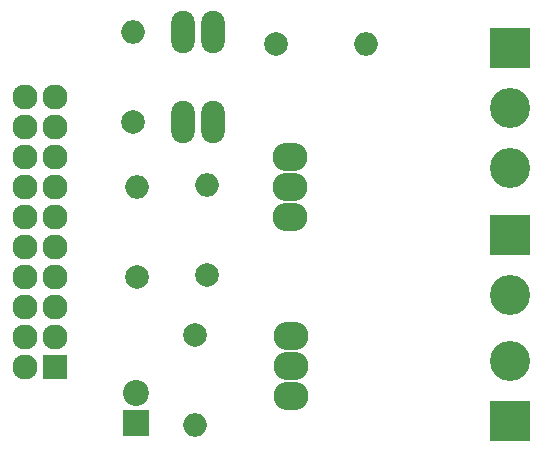
<source format=gbr>
G04 #@! TF.GenerationSoftware,KiCad,Pcbnew,(2017-11-24 revision a01d81e4b)-makepkg*
G04 #@! TF.CreationDate,2018-01-08T10:26:50+07:00*
G04 #@! TF.ProjectId,Motor DC power,4D6F746F7220444320706F7765722E6B,rev?*
G04 #@! TF.SameCoordinates,Original*
G04 #@! TF.FileFunction,Soldermask,Top*
G04 #@! TF.FilePolarity,Negative*
%FSLAX46Y46*%
G04 Gerber Fmt 4.6, Leading zero omitted, Abs format (unit mm)*
G04 Created by KiCad (PCBNEW (2017-11-24 revision a01d81e4b)-makepkg) date 01/08/18 10:26:50*
%MOMM*%
%LPD*%
G01*
G04 APERTURE LIST*
%ADD10R,2.200000X2.200000*%
%ADD11C,2.200000*%
%ADD12C,2.000000*%
%ADD13O,2.000000X2.000000*%
%ADD14O,2.940000X2.432000*%
%ADD15R,2.127200X2.127200*%
%ADD16O,2.127200X2.127200*%
%ADD17R,3.400000X3.400000*%
%ADD18C,3.400000*%
%ADD19O,2.000000X3.600000*%
G04 APERTURE END LIST*
D10*
X112050000Y-121925000D03*
D11*
X112050000Y-119385000D03*
D12*
X117000000Y-114500000D03*
D13*
X117000000Y-122120000D03*
D14*
X125100000Y-101960000D03*
X125100000Y-104500000D03*
X125100000Y-99420000D03*
D15*
X105225000Y-117200000D03*
D16*
X102685000Y-117200000D03*
X105225000Y-114660000D03*
X102685000Y-114660000D03*
X105225000Y-112120000D03*
X102685000Y-112120000D03*
X105225000Y-109580000D03*
X102685000Y-109580000D03*
X105225000Y-107040000D03*
X102685000Y-107040000D03*
X105225000Y-104500000D03*
X102685000Y-104500000D03*
X105225000Y-101960000D03*
X102685000Y-101960000D03*
X105225000Y-99420000D03*
X102685000Y-99420000D03*
X105225000Y-96880000D03*
X102685000Y-96880000D03*
X105225000Y-94340000D03*
X102685000Y-94340000D03*
D17*
X143700000Y-90190000D03*
D18*
X143700000Y-95270000D03*
X143700000Y-100350000D03*
D17*
X143700000Y-106020000D03*
D18*
X143700000Y-111100000D03*
D17*
X143700000Y-121780000D03*
D18*
X143700000Y-116700000D03*
D14*
X125200000Y-117100000D03*
X125200000Y-119640000D03*
X125200000Y-114560000D03*
D12*
X111750000Y-96450000D03*
D13*
X111750000Y-88830000D03*
D12*
X123900000Y-89875000D03*
D13*
X131520000Y-89875000D03*
D12*
X112100000Y-109570000D03*
D13*
X112100000Y-101950000D03*
D12*
X118025000Y-109425000D03*
D13*
X118025000Y-101805000D03*
D19*
X116005000Y-96460000D03*
X118545000Y-96460000D03*
X118545000Y-88840000D03*
X116005000Y-88840000D03*
M02*

</source>
